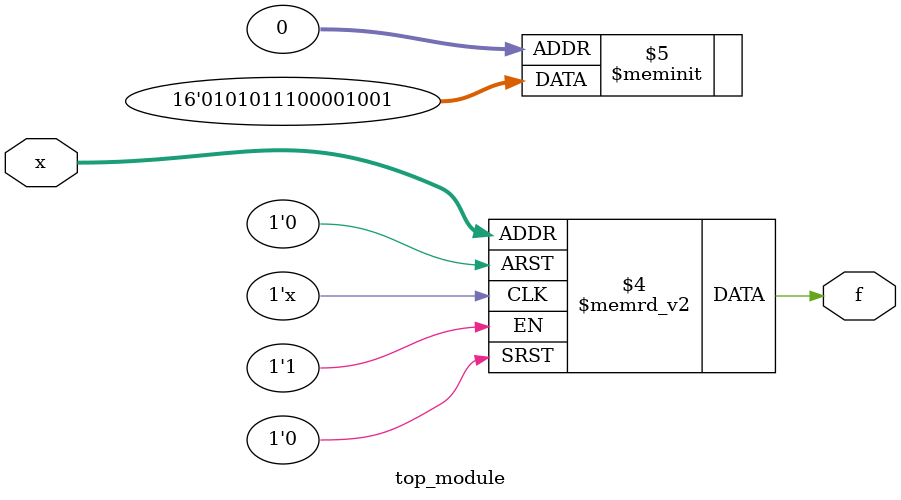
<source format=sv>
module top_module(
    input [4:1] x,
    output logic f
);
    always_comb begin
        case (x)
            4'b0000 : f = 1;
            4'b0001 : f = 0;
            4'b0010 : f = 0;
            4'b0011 : f = 1;
            4'b0100 : f = 0;
            4'b0101 : f = 0;
            4'b0110 : f = 0;
            4'b0111 : f = 0;
            4'b1000 : f = 1;
            4'b1001 : f = 1;
            4'b1010 : f = 1;
            4'b1011 : f = 0;
            4'b1100 : f = 1;
            4'b1101 : f = 0;
            4'b1110 : f = 1;
            4'b1111 : f = 0;
        endcase
    end
endmodule

</source>
